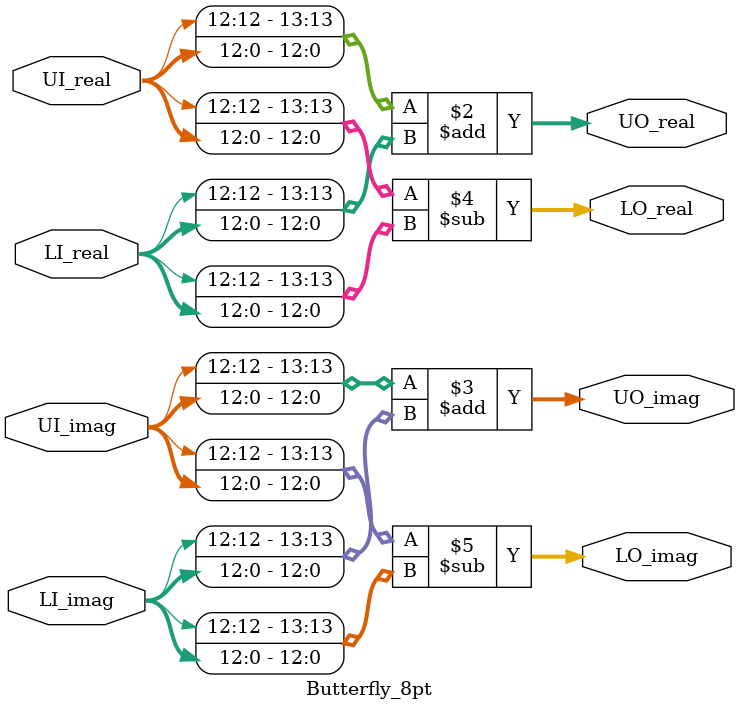
<source format=v>
`timescale 1ns / 1ps
module Butterfly_8pt(UI_real, UI_imag, LI_real, LI_imag, UO_real, UO_imag, LO_real, LO_imag);

input [12:0] UI_real, UI_imag, LI_real, LI_imag;          // input  S3.9     13bits

output [13:0] UO_real, UO_imag, LO_real, LO_imag;       // output  S4.9     14bits

// input
wire signed [12:0] UI_real, UI_imag, LI_real, LI_imag;

// output
reg signed [13:0] UO_real, UO_imag, LO_real, LO_imag;

always@ (UI_real or UI_imag or LI_real or LI_imag)
begin
    UO_real = {UI_real[12], UI_real} + {LI_real[12], LI_real};          // signed extention
    UO_imag = {UI_imag[12], UI_imag} + {LI_imag[12], LI_imag};
    LO_real = {UI_real[12], UI_real} - {LI_real[12], LI_real};
    LO_imag = {UI_imag[12], UI_imag} - {LI_imag[12], LI_imag};
end

endmodule

</source>
